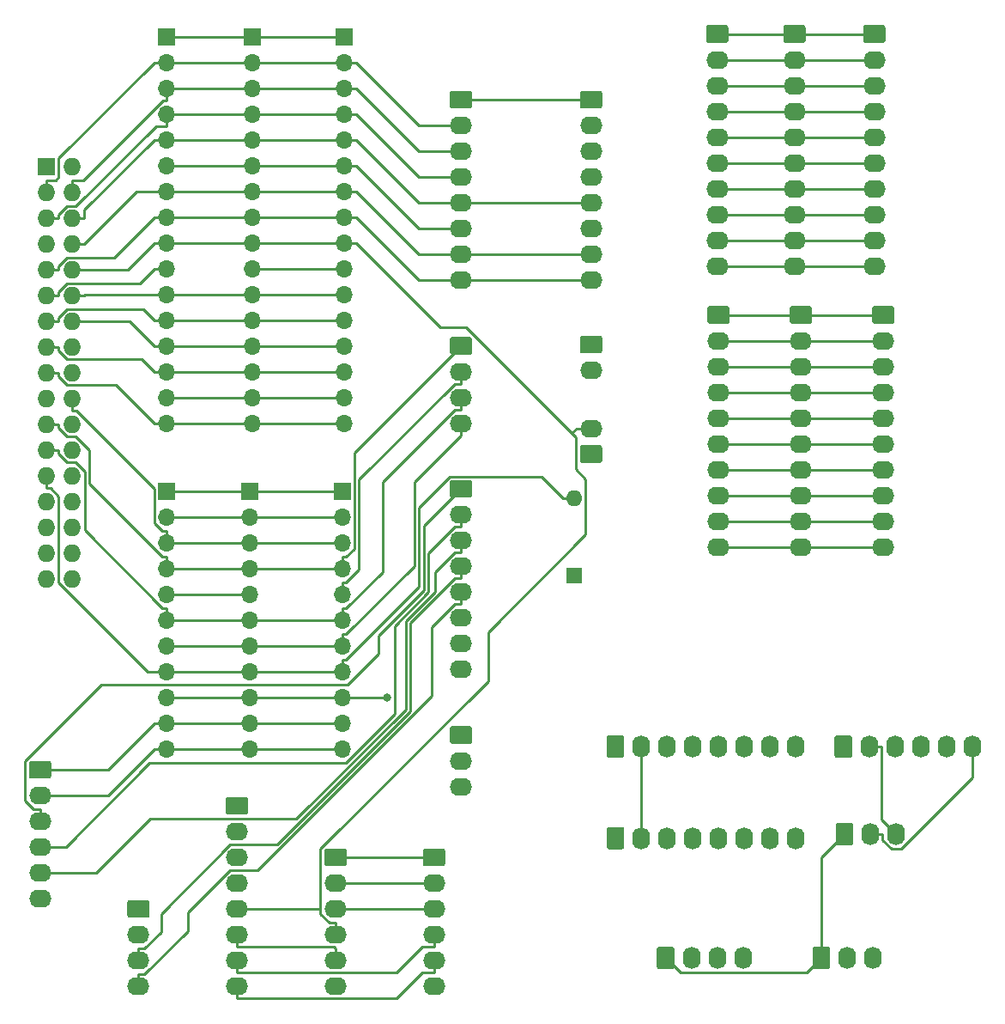
<source format=gbr>
G04 #@! TF.GenerationSoftware,KiCad,Pcbnew,(5.1.5-0-10_14)*
G04 #@! TF.CreationDate,2021-04-18T16:13:15+10:00*
G04 #@! TF.ProjectId,OH - Right Console - Input Distribution,4f48202d-2052-4696-9768-7420436f6e73,rev?*
G04 #@! TF.SameCoordinates,Original*
G04 #@! TF.FileFunction,Copper,L1,Top*
G04 #@! TF.FilePolarity,Positive*
%FSLAX46Y46*%
G04 Gerber Fmt 4.6, Leading zero omitted, Abs format (unit mm)*
G04 Created by KiCad (PCBNEW (5.1.5-0-10_14)) date 2021-04-18 16:13:15*
%MOMM*%
%LPD*%
G04 APERTURE LIST*
%ADD10O,2.200000X1.740000*%
%ADD11C,0.100000*%
%ADD12O,1.740000X2.200000*%
%ADD13O,1.600000X1.600000*%
%ADD14R,1.600000X1.600000*%
%ADD15O,1.727200X1.727200*%
%ADD16R,1.727200X1.727200*%
%ADD17O,1.700000X1.700000*%
%ADD18R,1.700000X1.700000*%
%ADD19C,0.800000*%
%ADD20C,0.250000*%
G04 APERTURE END LIST*
D10*
X189738000Y-78613000D03*
G04 #@! TA.AperFunction,ComponentPad*
D11*
G36*
X190612505Y-80284204D02*
G01*
X190636773Y-80287804D01*
X190660572Y-80293765D01*
X190683671Y-80302030D01*
X190705850Y-80312520D01*
X190726893Y-80325132D01*
X190746599Y-80339747D01*
X190764777Y-80356223D01*
X190781253Y-80374401D01*
X190795868Y-80394107D01*
X190808480Y-80415150D01*
X190818970Y-80437329D01*
X190827235Y-80460428D01*
X190833196Y-80484227D01*
X190836796Y-80508495D01*
X190838000Y-80532999D01*
X190838000Y-81773001D01*
X190836796Y-81797505D01*
X190833196Y-81821773D01*
X190827235Y-81845572D01*
X190818970Y-81868671D01*
X190808480Y-81890850D01*
X190795868Y-81911893D01*
X190781253Y-81931599D01*
X190764777Y-81949777D01*
X190746599Y-81966253D01*
X190726893Y-81980868D01*
X190705850Y-81993480D01*
X190683671Y-82003970D01*
X190660572Y-82012235D01*
X190636773Y-82018196D01*
X190612505Y-82021796D01*
X190588001Y-82023000D01*
X188887999Y-82023000D01*
X188863495Y-82021796D01*
X188839227Y-82018196D01*
X188815428Y-82012235D01*
X188792329Y-82003970D01*
X188770150Y-81993480D01*
X188749107Y-81980868D01*
X188729401Y-81966253D01*
X188711223Y-81949777D01*
X188694747Y-81931599D01*
X188680132Y-81911893D01*
X188667520Y-81890850D01*
X188657030Y-81868671D01*
X188648765Y-81845572D01*
X188642804Y-81821773D01*
X188639204Y-81797505D01*
X188638000Y-81773001D01*
X188638000Y-80532999D01*
X188639204Y-80508495D01*
X188642804Y-80484227D01*
X188648765Y-80460428D01*
X188657030Y-80437329D01*
X188667520Y-80415150D01*
X188680132Y-80394107D01*
X188694747Y-80374401D01*
X188711223Y-80356223D01*
X188729401Y-80339747D01*
X188749107Y-80325132D01*
X188770150Y-80312520D01*
X188792329Y-80302030D01*
X188815428Y-80293765D01*
X188839227Y-80287804D01*
X188863495Y-80284204D01*
X188887999Y-80283000D01*
X190588001Y-80283000D01*
X190612505Y-80284204D01*
G37*
G04 #@! TD.AperFunction*
D12*
X219837000Y-118618000D03*
X217297000Y-118618000D03*
G04 #@! TA.AperFunction,ComponentPad*
D11*
G36*
X215401505Y-117519204D02*
G01*
X215425773Y-117522804D01*
X215449572Y-117528765D01*
X215472671Y-117537030D01*
X215494850Y-117547520D01*
X215515893Y-117560132D01*
X215535599Y-117574747D01*
X215553777Y-117591223D01*
X215570253Y-117609401D01*
X215584868Y-117629107D01*
X215597480Y-117650150D01*
X215607970Y-117672329D01*
X215616235Y-117695428D01*
X215622196Y-117719227D01*
X215625796Y-117743495D01*
X215627000Y-117767999D01*
X215627000Y-119468001D01*
X215625796Y-119492505D01*
X215622196Y-119516773D01*
X215616235Y-119540572D01*
X215607970Y-119563671D01*
X215597480Y-119585850D01*
X215584868Y-119606893D01*
X215570253Y-119626599D01*
X215553777Y-119644777D01*
X215535599Y-119661253D01*
X215515893Y-119675868D01*
X215494850Y-119688480D01*
X215472671Y-119698970D01*
X215449572Y-119707235D01*
X215425773Y-119713196D01*
X215401505Y-119716796D01*
X215377001Y-119718000D01*
X214136999Y-119718000D01*
X214112495Y-119716796D01*
X214088227Y-119713196D01*
X214064428Y-119707235D01*
X214041329Y-119698970D01*
X214019150Y-119688480D01*
X213998107Y-119675868D01*
X213978401Y-119661253D01*
X213960223Y-119644777D01*
X213943747Y-119626599D01*
X213929132Y-119606893D01*
X213916520Y-119585850D01*
X213906030Y-119563671D01*
X213897765Y-119540572D01*
X213891804Y-119516773D01*
X213888204Y-119492505D01*
X213887000Y-119468001D01*
X213887000Y-117767999D01*
X213888204Y-117743495D01*
X213891804Y-117719227D01*
X213897765Y-117695428D01*
X213906030Y-117672329D01*
X213916520Y-117650150D01*
X213929132Y-117629107D01*
X213943747Y-117609401D01*
X213960223Y-117591223D01*
X213978401Y-117574747D01*
X213998107Y-117560132D01*
X214019150Y-117547520D01*
X214041329Y-117537030D01*
X214064428Y-117528765D01*
X214088227Y-117522804D01*
X214112495Y-117519204D01*
X214136999Y-117518000D01*
X215377001Y-117518000D01*
X215401505Y-117519204D01*
G37*
G04 #@! TD.AperFunction*
D13*
X188087000Y-85471000D03*
D14*
X188087000Y-93091000D03*
D10*
X135382000Y-124968000D03*
X135382000Y-122428000D03*
X135382000Y-119888000D03*
X135382000Y-117348000D03*
X135382000Y-114808000D03*
G04 #@! TA.AperFunction,ComponentPad*
D11*
G36*
X136256505Y-111399204D02*
G01*
X136280773Y-111402804D01*
X136304572Y-111408765D01*
X136327671Y-111417030D01*
X136349850Y-111427520D01*
X136370893Y-111440132D01*
X136390599Y-111454747D01*
X136408777Y-111471223D01*
X136425253Y-111489401D01*
X136439868Y-111509107D01*
X136452480Y-111530150D01*
X136462970Y-111552329D01*
X136471235Y-111575428D01*
X136477196Y-111599227D01*
X136480796Y-111623495D01*
X136482000Y-111647999D01*
X136482000Y-112888001D01*
X136480796Y-112912505D01*
X136477196Y-112936773D01*
X136471235Y-112960572D01*
X136462970Y-112983671D01*
X136452480Y-113005850D01*
X136439868Y-113026893D01*
X136425253Y-113046599D01*
X136408777Y-113064777D01*
X136390599Y-113081253D01*
X136370893Y-113095868D01*
X136349850Y-113108480D01*
X136327671Y-113118970D01*
X136304572Y-113127235D01*
X136280773Y-113133196D01*
X136256505Y-113136796D01*
X136232001Y-113138000D01*
X134531999Y-113138000D01*
X134507495Y-113136796D01*
X134483227Y-113133196D01*
X134459428Y-113127235D01*
X134436329Y-113118970D01*
X134414150Y-113108480D01*
X134393107Y-113095868D01*
X134373401Y-113081253D01*
X134355223Y-113064777D01*
X134338747Y-113046599D01*
X134324132Y-113026893D01*
X134311520Y-113005850D01*
X134301030Y-112983671D01*
X134292765Y-112960572D01*
X134286804Y-112936773D01*
X134283204Y-112912505D01*
X134282000Y-112888001D01*
X134282000Y-111647999D01*
X134283204Y-111623495D01*
X134286804Y-111599227D01*
X134292765Y-111575428D01*
X134301030Y-111552329D01*
X134311520Y-111530150D01*
X134324132Y-111509107D01*
X134338747Y-111489401D01*
X134355223Y-111471223D01*
X134373401Y-111454747D01*
X134393107Y-111440132D01*
X134414150Y-111427520D01*
X134436329Y-111417030D01*
X134459428Y-111408765D01*
X134483227Y-111402804D01*
X134507495Y-111399204D01*
X134531999Y-111398000D01*
X136232001Y-111398000D01*
X136256505Y-111399204D01*
G37*
G04 #@! TD.AperFunction*
D10*
X189738000Y-64008000D03*
X189738000Y-61468000D03*
X189738000Y-58928000D03*
X189738000Y-56388000D03*
X189738000Y-53848000D03*
X189738000Y-51308000D03*
X189738000Y-48768000D03*
G04 #@! TA.AperFunction,ComponentPad*
D11*
G36*
X190612505Y-45359204D02*
G01*
X190636773Y-45362804D01*
X190660572Y-45368765D01*
X190683671Y-45377030D01*
X190705850Y-45387520D01*
X190726893Y-45400132D01*
X190746599Y-45414747D01*
X190764777Y-45431223D01*
X190781253Y-45449401D01*
X190795868Y-45469107D01*
X190808480Y-45490150D01*
X190818970Y-45512329D01*
X190827235Y-45535428D01*
X190833196Y-45559227D01*
X190836796Y-45583495D01*
X190838000Y-45607999D01*
X190838000Y-46848001D01*
X190836796Y-46872505D01*
X190833196Y-46896773D01*
X190827235Y-46920572D01*
X190818970Y-46943671D01*
X190808480Y-46965850D01*
X190795868Y-46986893D01*
X190781253Y-47006599D01*
X190764777Y-47024777D01*
X190746599Y-47041253D01*
X190726893Y-47055868D01*
X190705850Y-47068480D01*
X190683671Y-47078970D01*
X190660572Y-47087235D01*
X190636773Y-47093196D01*
X190612505Y-47096796D01*
X190588001Y-47098000D01*
X188887999Y-47098000D01*
X188863495Y-47096796D01*
X188839227Y-47093196D01*
X188815428Y-47087235D01*
X188792329Y-47078970D01*
X188770150Y-47068480D01*
X188749107Y-47055868D01*
X188729401Y-47041253D01*
X188711223Y-47024777D01*
X188694747Y-47006599D01*
X188680132Y-46986893D01*
X188667520Y-46965850D01*
X188657030Y-46943671D01*
X188648765Y-46920572D01*
X188642804Y-46896773D01*
X188639204Y-46872505D01*
X188638000Y-46848001D01*
X188638000Y-45607999D01*
X188639204Y-45583495D01*
X188642804Y-45559227D01*
X188648765Y-45535428D01*
X188657030Y-45512329D01*
X188667520Y-45490150D01*
X188680132Y-45469107D01*
X188694747Y-45449401D01*
X188711223Y-45431223D01*
X188729401Y-45414747D01*
X188749107Y-45400132D01*
X188770150Y-45387520D01*
X188792329Y-45377030D01*
X188815428Y-45368765D01*
X188839227Y-45362804D01*
X188863495Y-45359204D01*
X188887999Y-45358000D01*
X190588001Y-45358000D01*
X190612505Y-45359204D01*
G37*
G04 #@! TD.AperFunction*
D10*
X189738000Y-72898000D03*
G04 #@! TA.AperFunction,ComponentPad*
D11*
G36*
X190612505Y-69489204D02*
G01*
X190636773Y-69492804D01*
X190660572Y-69498765D01*
X190683671Y-69507030D01*
X190705850Y-69517520D01*
X190726893Y-69530132D01*
X190746599Y-69544747D01*
X190764777Y-69561223D01*
X190781253Y-69579401D01*
X190795868Y-69599107D01*
X190808480Y-69620150D01*
X190818970Y-69642329D01*
X190827235Y-69665428D01*
X190833196Y-69689227D01*
X190836796Y-69713495D01*
X190838000Y-69737999D01*
X190838000Y-70978001D01*
X190836796Y-71002505D01*
X190833196Y-71026773D01*
X190827235Y-71050572D01*
X190818970Y-71073671D01*
X190808480Y-71095850D01*
X190795868Y-71116893D01*
X190781253Y-71136599D01*
X190764777Y-71154777D01*
X190746599Y-71171253D01*
X190726893Y-71185868D01*
X190705850Y-71198480D01*
X190683671Y-71208970D01*
X190660572Y-71217235D01*
X190636773Y-71223196D01*
X190612505Y-71226796D01*
X190588001Y-71228000D01*
X188887999Y-71228000D01*
X188863495Y-71226796D01*
X188839227Y-71223196D01*
X188815428Y-71217235D01*
X188792329Y-71208970D01*
X188770150Y-71198480D01*
X188749107Y-71185868D01*
X188729401Y-71171253D01*
X188711223Y-71154777D01*
X188694747Y-71136599D01*
X188680132Y-71116893D01*
X188667520Y-71095850D01*
X188657030Y-71073671D01*
X188648765Y-71050572D01*
X188642804Y-71026773D01*
X188639204Y-71002505D01*
X188638000Y-70978001D01*
X188638000Y-69737999D01*
X188639204Y-69713495D01*
X188642804Y-69689227D01*
X188648765Y-69665428D01*
X188657030Y-69642329D01*
X188667520Y-69620150D01*
X188680132Y-69599107D01*
X188694747Y-69579401D01*
X188711223Y-69561223D01*
X188729401Y-69544747D01*
X188749107Y-69530132D01*
X188770150Y-69517520D01*
X188792329Y-69507030D01*
X188815428Y-69498765D01*
X188839227Y-69492804D01*
X188863495Y-69489204D01*
X188887999Y-69488000D01*
X190588001Y-69488000D01*
X190612505Y-69489204D01*
G37*
G04 #@! TD.AperFunction*
D12*
X217551000Y-130810000D03*
X215011000Y-130810000D03*
G04 #@! TA.AperFunction,ComponentPad*
D11*
G36*
X213115505Y-129711204D02*
G01*
X213139773Y-129714804D01*
X213163572Y-129720765D01*
X213186671Y-129729030D01*
X213208850Y-129739520D01*
X213229893Y-129752132D01*
X213249599Y-129766747D01*
X213267777Y-129783223D01*
X213284253Y-129801401D01*
X213298868Y-129821107D01*
X213311480Y-129842150D01*
X213321970Y-129864329D01*
X213330235Y-129887428D01*
X213336196Y-129911227D01*
X213339796Y-129935495D01*
X213341000Y-129959999D01*
X213341000Y-131660001D01*
X213339796Y-131684505D01*
X213336196Y-131708773D01*
X213330235Y-131732572D01*
X213321970Y-131755671D01*
X213311480Y-131777850D01*
X213298868Y-131798893D01*
X213284253Y-131818599D01*
X213267777Y-131836777D01*
X213249599Y-131853253D01*
X213229893Y-131867868D01*
X213208850Y-131880480D01*
X213186671Y-131890970D01*
X213163572Y-131899235D01*
X213139773Y-131905196D01*
X213115505Y-131908796D01*
X213091001Y-131910000D01*
X211850999Y-131910000D01*
X211826495Y-131908796D01*
X211802227Y-131905196D01*
X211778428Y-131899235D01*
X211755329Y-131890970D01*
X211733150Y-131880480D01*
X211712107Y-131867868D01*
X211692401Y-131853253D01*
X211674223Y-131836777D01*
X211657747Y-131818599D01*
X211643132Y-131798893D01*
X211630520Y-131777850D01*
X211620030Y-131755671D01*
X211611765Y-131732572D01*
X211605804Y-131708773D01*
X211602204Y-131684505D01*
X211601000Y-131660001D01*
X211601000Y-129959999D01*
X211602204Y-129935495D01*
X211605804Y-129911227D01*
X211611765Y-129887428D01*
X211620030Y-129864329D01*
X211630520Y-129842150D01*
X211643132Y-129821107D01*
X211657747Y-129801401D01*
X211674223Y-129783223D01*
X211692401Y-129766747D01*
X211712107Y-129752132D01*
X211733150Y-129739520D01*
X211755329Y-129729030D01*
X211778428Y-129720765D01*
X211802227Y-129714804D01*
X211826495Y-129711204D01*
X211850999Y-129710000D01*
X213091001Y-129710000D01*
X213115505Y-129711204D01*
G37*
G04 #@! TD.AperFunction*
D10*
X176911000Y-64008000D03*
X176911000Y-61468000D03*
X176911000Y-58928000D03*
X176911000Y-56388000D03*
X176911000Y-53848000D03*
X176911000Y-51308000D03*
X176911000Y-48768000D03*
G04 #@! TA.AperFunction,ComponentPad*
D11*
G36*
X177785505Y-45359204D02*
G01*
X177809773Y-45362804D01*
X177833572Y-45368765D01*
X177856671Y-45377030D01*
X177878850Y-45387520D01*
X177899893Y-45400132D01*
X177919599Y-45414747D01*
X177937777Y-45431223D01*
X177954253Y-45449401D01*
X177968868Y-45469107D01*
X177981480Y-45490150D01*
X177991970Y-45512329D01*
X178000235Y-45535428D01*
X178006196Y-45559227D01*
X178009796Y-45583495D01*
X178011000Y-45607999D01*
X178011000Y-46848001D01*
X178009796Y-46872505D01*
X178006196Y-46896773D01*
X178000235Y-46920572D01*
X177991970Y-46943671D01*
X177981480Y-46965850D01*
X177968868Y-46986893D01*
X177954253Y-47006599D01*
X177937777Y-47024777D01*
X177919599Y-47041253D01*
X177899893Y-47055868D01*
X177878850Y-47068480D01*
X177856671Y-47078970D01*
X177833572Y-47087235D01*
X177809773Y-47093196D01*
X177785505Y-47096796D01*
X177761001Y-47098000D01*
X176060999Y-47098000D01*
X176036495Y-47096796D01*
X176012227Y-47093196D01*
X175988428Y-47087235D01*
X175965329Y-47078970D01*
X175943150Y-47068480D01*
X175922107Y-47055868D01*
X175902401Y-47041253D01*
X175884223Y-47024777D01*
X175867747Y-47006599D01*
X175853132Y-46986893D01*
X175840520Y-46965850D01*
X175830030Y-46943671D01*
X175821765Y-46920572D01*
X175815804Y-46896773D01*
X175812204Y-46872505D01*
X175811000Y-46848001D01*
X175811000Y-45607999D01*
X175812204Y-45583495D01*
X175815804Y-45559227D01*
X175821765Y-45535428D01*
X175830030Y-45512329D01*
X175840520Y-45490150D01*
X175853132Y-45469107D01*
X175867747Y-45449401D01*
X175884223Y-45431223D01*
X175902401Y-45414747D01*
X175922107Y-45400132D01*
X175943150Y-45387520D01*
X175965329Y-45377030D01*
X175988428Y-45368765D01*
X176012227Y-45362804D01*
X176036495Y-45359204D01*
X176060999Y-45358000D01*
X177761001Y-45358000D01*
X177785505Y-45359204D01*
G37*
G04 #@! TD.AperFunction*
D10*
X176911000Y-78105000D03*
X176911000Y-75565000D03*
X176911000Y-73025000D03*
G04 #@! TA.AperFunction,ComponentPad*
D11*
G36*
X177785505Y-69616204D02*
G01*
X177809773Y-69619804D01*
X177833572Y-69625765D01*
X177856671Y-69634030D01*
X177878850Y-69644520D01*
X177899893Y-69657132D01*
X177919599Y-69671747D01*
X177937777Y-69688223D01*
X177954253Y-69706401D01*
X177968868Y-69726107D01*
X177981480Y-69747150D01*
X177991970Y-69769329D01*
X178000235Y-69792428D01*
X178006196Y-69816227D01*
X178009796Y-69840495D01*
X178011000Y-69864999D01*
X178011000Y-71105001D01*
X178009796Y-71129505D01*
X178006196Y-71153773D01*
X178000235Y-71177572D01*
X177991970Y-71200671D01*
X177981480Y-71222850D01*
X177968868Y-71243893D01*
X177954253Y-71263599D01*
X177937777Y-71281777D01*
X177919599Y-71298253D01*
X177899893Y-71312868D01*
X177878850Y-71325480D01*
X177856671Y-71335970D01*
X177833572Y-71344235D01*
X177809773Y-71350196D01*
X177785505Y-71353796D01*
X177761001Y-71355000D01*
X176060999Y-71355000D01*
X176036495Y-71353796D01*
X176012227Y-71350196D01*
X175988428Y-71344235D01*
X175965329Y-71335970D01*
X175943150Y-71325480D01*
X175922107Y-71312868D01*
X175902401Y-71298253D01*
X175884223Y-71281777D01*
X175867747Y-71263599D01*
X175853132Y-71243893D01*
X175840520Y-71222850D01*
X175830030Y-71200671D01*
X175821765Y-71177572D01*
X175815804Y-71153773D01*
X175812204Y-71129505D01*
X175811000Y-71105001D01*
X175811000Y-69864999D01*
X175812204Y-69840495D01*
X175815804Y-69816227D01*
X175821765Y-69792428D01*
X175830030Y-69769329D01*
X175840520Y-69747150D01*
X175853132Y-69726107D01*
X175867747Y-69706401D01*
X175884223Y-69688223D01*
X175902401Y-69671747D01*
X175922107Y-69657132D01*
X175943150Y-69644520D01*
X175965329Y-69634030D01*
X175988428Y-69625765D01*
X176012227Y-69619804D01*
X176036495Y-69616204D01*
X176060999Y-69615000D01*
X177761001Y-69615000D01*
X177785505Y-69616204D01*
G37*
G04 #@! TD.AperFunction*
D10*
X174244000Y-133604000D03*
X174244000Y-131064000D03*
X174244000Y-128524000D03*
X174244000Y-125984000D03*
X174244000Y-123444000D03*
G04 #@! TA.AperFunction,ComponentPad*
D11*
G36*
X175118505Y-120035204D02*
G01*
X175142773Y-120038804D01*
X175166572Y-120044765D01*
X175189671Y-120053030D01*
X175211850Y-120063520D01*
X175232893Y-120076132D01*
X175252599Y-120090747D01*
X175270777Y-120107223D01*
X175287253Y-120125401D01*
X175301868Y-120145107D01*
X175314480Y-120166150D01*
X175324970Y-120188329D01*
X175333235Y-120211428D01*
X175339196Y-120235227D01*
X175342796Y-120259495D01*
X175344000Y-120283999D01*
X175344000Y-121524001D01*
X175342796Y-121548505D01*
X175339196Y-121572773D01*
X175333235Y-121596572D01*
X175324970Y-121619671D01*
X175314480Y-121641850D01*
X175301868Y-121662893D01*
X175287253Y-121682599D01*
X175270777Y-121700777D01*
X175252599Y-121717253D01*
X175232893Y-121731868D01*
X175211850Y-121744480D01*
X175189671Y-121754970D01*
X175166572Y-121763235D01*
X175142773Y-121769196D01*
X175118505Y-121772796D01*
X175094001Y-121774000D01*
X173393999Y-121774000D01*
X173369495Y-121772796D01*
X173345227Y-121769196D01*
X173321428Y-121763235D01*
X173298329Y-121754970D01*
X173276150Y-121744480D01*
X173255107Y-121731868D01*
X173235401Y-121717253D01*
X173217223Y-121700777D01*
X173200747Y-121682599D01*
X173186132Y-121662893D01*
X173173520Y-121641850D01*
X173163030Y-121619671D01*
X173154765Y-121596572D01*
X173148804Y-121572773D01*
X173145204Y-121548505D01*
X173144000Y-121524001D01*
X173144000Y-120283999D01*
X173145204Y-120259495D01*
X173148804Y-120235227D01*
X173154765Y-120211428D01*
X173163030Y-120188329D01*
X173173520Y-120166150D01*
X173186132Y-120145107D01*
X173200747Y-120125401D01*
X173217223Y-120107223D01*
X173235401Y-120090747D01*
X173255107Y-120076132D01*
X173276150Y-120063520D01*
X173298329Y-120053030D01*
X173321428Y-120044765D01*
X173345227Y-120038804D01*
X173369495Y-120035204D01*
X173393999Y-120034000D01*
X175094001Y-120034000D01*
X175118505Y-120035204D01*
G37*
G04 #@! TD.AperFunction*
D10*
X176911000Y-102362000D03*
X176911000Y-99822000D03*
X176911000Y-97282000D03*
X176911000Y-94742000D03*
X176911000Y-92202000D03*
X176911000Y-89662000D03*
X176911000Y-87122000D03*
G04 #@! TA.AperFunction,ComponentPad*
D11*
G36*
X177785505Y-83713204D02*
G01*
X177809773Y-83716804D01*
X177833572Y-83722765D01*
X177856671Y-83731030D01*
X177878850Y-83741520D01*
X177899893Y-83754132D01*
X177919599Y-83768747D01*
X177937777Y-83785223D01*
X177954253Y-83803401D01*
X177968868Y-83823107D01*
X177981480Y-83844150D01*
X177991970Y-83866329D01*
X178000235Y-83889428D01*
X178006196Y-83913227D01*
X178009796Y-83937495D01*
X178011000Y-83961999D01*
X178011000Y-85202001D01*
X178009796Y-85226505D01*
X178006196Y-85250773D01*
X178000235Y-85274572D01*
X177991970Y-85297671D01*
X177981480Y-85319850D01*
X177968868Y-85340893D01*
X177954253Y-85360599D01*
X177937777Y-85378777D01*
X177919599Y-85395253D01*
X177899893Y-85409868D01*
X177878850Y-85422480D01*
X177856671Y-85432970D01*
X177833572Y-85441235D01*
X177809773Y-85447196D01*
X177785505Y-85450796D01*
X177761001Y-85452000D01*
X176060999Y-85452000D01*
X176036495Y-85450796D01*
X176012227Y-85447196D01*
X175988428Y-85441235D01*
X175965329Y-85432970D01*
X175943150Y-85422480D01*
X175922107Y-85409868D01*
X175902401Y-85395253D01*
X175884223Y-85378777D01*
X175867747Y-85360599D01*
X175853132Y-85340893D01*
X175840520Y-85319850D01*
X175830030Y-85297671D01*
X175821765Y-85274572D01*
X175815804Y-85250773D01*
X175812204Y-85226505D01*
X175811000Y-85202001D01*
X175811000Y-83961999D01*
X175812204Y-83937495D01*
X175815804Y-83913227D01*
X175821765Y-83889428D01*
X175830030Y-83866329D01*
X175840520Y-83844150D01*
X175853132Y-83823107D01*
X175867747Y-83803401D01*
X175884223Y-83785223D01*
X175902401Y-83768747D01*
X175922107Y-83754132D01*
X175943150Y-83741520D01*
X175965329Y-83731030D01*
X175988428Y-83722765D01*
X176012227Y-83716804D01*
X176036495Y-83713204D01*
X176060999Y-83712000D01*
X177761001Y-83712000D01*
X177785505Y-83713204D01*
G37*
G04 #@! TD.AperFunction*
D10*
X176911000Y-113919000D03*
X176911000Y-111379000D03*
G04 #@! TA.AperFunction,ComponentPad*
D11*
G36*
X177785505Y-107970204D02*
G01*
X177809773Y-107973804D01*
X177833572Y-107979765D01*
X177856671Y-107988030D01*
X177878850Y-107998520D01*
X177899893Y-108011132D01*
X177919599Y-108025747D01*
X177937777Y-108042223D01*
X177954253Y-108060401D01*
X177968868Y-108080107D01*
X177981480Y-108101150D01*
X177991970Y-108123329D01*
X178000235Y-108146428D01*
X178006196Y-108170227D01*
X178009796Y-108194495D01*
X178011000Y-108218999D01*
X178011000Y-109459001D01*
X178009796Y-109483505D01*
X178006196Y-109507773D01*
X178000235Y-109531572D01*
X177991970Y-109554671D01*
X177981480Y-109576850D01*
X177968868Y-109597893D01*
X177954253Y-109617599D01*
X177937777Y-109635777D01*
X177919599Y-109652253D01*
X177899893Y-109666868D01*
X177878850Y-109679480D01*
X177856671Y-109689970D01*
X177833572Y-109698235D01*
X177809773Y-109704196D01*
X177785505Y-109707796D01*
X177761001Y-109709000D01*
X176060999Y-109709000D01*
X176036495Y-109707796D01*
X176012227Y-109704196D01*
X175988428Y-109698235D01*
X175965329Y-109689970D01*
X175943150Y-109679480D01*
X175922107Y-109666868D01*
X175902401Y-109652253D01*
X175884223Y-109635777D01*
X175867747Y-109617599D01*
X175853132Y-109597893D01*
X175840520Y-109576850D01*
X175830030Y-109554671D01*
X175821765Y-109531572D01*
X175815804Y-109507773D01*
X175812204Y-109483505D01*
X175811000Y-109459001D01*
X175811000Y-108218999D01*
X175812204Y-108194495D01*
X175815804Y-108170227D01*
X175821765Y-108146428D01*
X175830030Y-108123329D01*
X175840520Y-108101150D01*
X175853132Y-108080107D01*
X175867747Y-108060401D01*
X175884223Y-108042223D01*
X175902401Y-108025747D01*
X175922107Y-108011132D01*
X175943150Y-107998520D01*
X175965329Y-107988030D01*
X175988428Y-107979765D01*
X176012227Y-107973804D01*
X176036495Y-107970204D01*
X176060999Y-107969000D01*
X177761001Y-107969000D01*
X177785505Y-107970204D01*
G37*
G04 #@! TD.AperFunction*
D12*
X209931000Y-118999000D03*
X207391000Y-118999000D03*
X204851000Y-118999000D03*
X202311000Y-118999000D03*
X199771000Y-118999000D03*
X197231000Y-118999000D03*
X194691000Y-118999000D03*
G04 #@! TA.AperFunction,ComponentPad*
D11*
G36*
X192795505Y-117900204D02*
G01*
X192819773Y-117903804D01*
X192843572Y-117909765D01*
X192866671Y-117918030D01*
X192888850Y-117928520D01*
X192909893Y-117941132D01*
X192929599Y-117955747D01*
X192947777Y-117972223D01*
X192964253Y-117990401D01*
X192978868Y-118010107D01*
X192991480Y-118031150D01*
X193001970Y-118053329D01*
X193010235Y-118076428D01*
X193016196Y-118100227D01*
X193019796Y-118124495D01*
X193021000Y-118148999D01*
X193021000Y-119849001D01*
X193019796Y-119873505D01*
X193016196Y-119897773D01*
X193010235Y-119921572D01*
X193001970Y-119944671D01*
X192991480Y-119966850D01*
X192978868Y-119987893D01*
X192964253Y-120007599D01*
X192947777Y-120025777D01*
X192929599Y-120042253D01*
X192909893Y-120056868D01*
X192888850Y-120069480D01*
X192866671Y-120079970D01*
X192843572Y-120088235D01*
X192819773Y-120094196D01*
X192795505Y-120097796D01*
X192771001Y-120099000D01*
X191530999Y-120099000D01*
X191506495Y-120097796D01*
X191482227Y-120094196D01*
X191458428Y-120088235D01*
X191435329Y-120079970D01*
X191413150Y-120069480D01*
X191392107Y-120056868D01*
X191372401Y-120042253D01*
X191354223Y-120025777D01*
X191337747Y-120007599D01*
X191323132Y-119987893D01*
X191310520Y-119966850D01*
X191300030Y-119944671D01*
X191291765Y-119921572D01*
X191285804Y-119897773D01*
X191282204Y-119873505D01*
X191281000Y-119849001D01*
X191281000Y-118148999D01*
X191282204Y-118124495D01*
X191285804Y-118100227D01*
X191291765Y-118076428D01*
X191300030Y-118053329D01*
X191310520Y-118031150D01*
X191323132Y-118010107D01*
X191337747Y-117990401D01*
X191354223Y-117972223D01*
X191372401Y-117955747D01*
X191392107Y-117941132D01*
X191413150Y-117928520D01*
X191435329Y-117918030D01*
X191458428Y-117909765D01*
X191482227Y-117903804D01*
X191506495Y-117900204D01*
X191530999Y-117899000D01*
X192771001Y-117899000D01*
X192795505Y-117900204D01*
G37*
G04 #@! TD.AperFunction*
D12*
X204724000Y-130810000D03*
X202184000Y-130810000D03*
X199644000Y-130810000D03*
G04 #@! TA.AperFunction,ComponentPad*
D11*
G36*
X197748505Y-129711204D02*
G01*
X197772773Y-129714804D01*
X197796572Y-129720765D01*
X197819671Y-129729030D01*
X197841850Y-129739520D01*
X197862893Y-129752132D01*
X197882599Y-129766747D01*
X197900777Y-129783223D01*
X197917253Y-129801401D01*
X197931868Y-129821107D01*
X197944480Y-129842150D01*
X197954970Y-129864329D01*
X197963235Y-129887428D01*
X197969196Y-129911227D01*
X197972796Y-129935495D01*
X197974000Y-129959999D01*
X197974000Y-131660001D01*
X197972796Y-131684505D01*
X197969196Y-131708773D01*
X197963235Y-131732572D01*
X197954970Y-131755671D01*
X197944480Y-131777850D01*
X197931868Y-131798893D01*
X197917253Y-131818599D01*
X197900777Y-131836777D01*
X197882599Y-131853253D01*
X197862893Y-131867868D01*
X197841850Y-131880480D01*
X197819671Y-131890970D01*
X197796572Y-131899235D01*
X197772773Y-131905196D01*
X197748505Y-131908796D01*
X197724001Y-131910000D01*
X196483999Y-131910000D01*
X196459495Y-131908796D01*
X196435227Y-131905196D01*
X196411428Y-131899235D01*
X196388329Y-131890970D01*
X196366150Y-131880480D01*
X196345107Y-131867868D01*
X196325401Y-131853253D01*
X196307223Y-131836777D01*
X196290747Y-131818599D01*
X196276132Y-131798893D01*
X196263520Y-131777850D01*
X196253030Y-131755671D01*
X196244765Y-131732572D01*
X196238804Y-131708773D01*
X196235204Y-131684505D01*
X196234000Y-131660001D01*
X196234000Y-129959999D01*
X196235204Y-129935495D01*
X196238804Y-129911227D01*
X196244765Y-129887428D01*
X196253030Y-129864329D01*
X196263520Y-129842150D01*
X196276132Y-129821107D01*
X196290747Y-129801401D01*
X196307223Y-129783223D01*
X196325401Y-129766747D01*
X196345107Y-129752132D01*
X196366150Y-129739520D01*
X196388329Y-129729030D01*
X196411428Y-129720765D01*
X196435227Y-129714804D01*
X196459495Y-129711204D01*
X196483999Y-129710000D01*
X197724001Y-129710000D01*
X197748505Y-129711204D01*
G37*
G04 #@! TD.AperFunction*
D10*
X164528000Y-133604000D03*
X164528000Y-131064000D03*
X164528000Y-128524000D03*
X164528000Y-125984000D03*
X164528000Y-123444000D03*
G04 #@! TA.AperFunction,ComponentPad*
D11*
G36*
X165402505Y-120035204D02*
G01*
X165426773Y-120038804D01*
X165450572Y-120044765D01*
X165473671Y-120053030D01*
X165495850Y-120063520D01*
X165516893Y-120076132D01*
X165536599Y-120090747D01*
X165554777Y-120107223D01*
X165571253Y-120125401D01*
X165585868Y-120145107D01*
X165598480Y-120166150D01*
X165608970Y-120188329D01*
X165617235Y-120211428D01*
X165623196Y-120235227D01*
X165626796Y-120259495D01*
X165628000Y-120283999D01*
X165628000Y-121524001D01*
X165626796Y-121548505D01*
X165623196Y-121572773D01*
X165617235Y-121596572D01*
X165608970Y-121619671D01*
X165598480Y-121641850D01*
X165585868Y-121662893D01*
X165571253Y-121682599D01*
X165554777Y-121700777D01*
X165536599Y-121717253D01*
X165516893Y-121731868D01*
X165495850Y-121744480D01*
X165473671Y-121754970D01*
X165450572Y-121763235D01*
X165426773Y-121769196D01*
X165402505Y-121772796D01*
X165378001Y-121774000D01*
X163677999Y-121774000D01*
X163653495Y-121772796D01*
X163629227Y-121769196D01*
X163605428Y-121763235D01*
X163582329Y-121754970D01*
X163560150Y-121744480D01*
X163539107Y-121731868D01*
X163519401Y-121717253D01*
X163501223Y-121700777D01*
X163484747Y-121682599D01*
X163470132Y-121662893D01*
X163457520Y-121641850D01*
X163447030Y-121619671D01*
X163438765Y-121596572D01*
X163432804Y-121572773D01*
X163429204Y-121548505D01*
X163428000Y-121524001D01*
X163428000Y-120283999D01*
X163429204Y-120259495D01*
X163432804Y-120235227D01*
X163438765Y-120211428D01*
X163447030Y-120188329D01*
X163457520Y-120166150D01*
X163470132Y-120145107D01*
X163484747Y-120125401D01*
X163501223Y-120107223D01*
X163519401Y-120090747D01*
X163539107Y-120076132D01*
X163560150Y-120063520D01*
X163582329Y-120053030D01*
X163605428Y-120044765D01*
X163629227Y-120038804D01*
X163653495Y-120035204D01*
X163677999Y-120034000D01*
X165378001Y-120034000D01*
X165402505Y-120035204D01*
G37*
G04 #@! TD.AperFunction*
D10*
X154813000Y-133604000D03*
X154813000Y-131064000D03*
X154813000Y-128524000D03*
X154813000Y-125984000D03*
X154813000Y-123444000D03*
X154813000Y-120904000D03*
X154813000Y-118364000D03*
G04 #@! TA.AperFunction,ComponentPad*
D11*
G36*
X155687505Y-114955204D02*
G01*
X155711773Y-114958804D01*
X155735572Y-114964765D01*
X155758671Y-114973030D01*
X155780850Y-114983520D01*
X155801893Y-114996132D01*
X155821599Y-115010747D01*
X155839777Y-115027223D01*
X155856253Y-115045401D01*
X155870868Y-115065107D01*
X155883480Y-115086150D01*
X155893970Y-115108329D01*
X155902235Y-115131428D01*
X155908196Y-115155227D01*
X155911796Y-115179495D01*
X155913000Y-115203999D01*
X155913000Y-116444001D01*
X155911796Y-116468505D01*
X155908196Y-116492773D01*
X155902235Y-116516572D01*
X155893970Y-116539671D01*
X155883480Y-116561850D01*
X155870868Y-116582893D01*
X155856253Y-116602599D01*
X155839777Y-116620777D01*
X155821599Y-116637253D01*
X155801893Y-116651868D01*
X155780850Y-116664480D01*
X155758671Y-116674970D01*
X155735572Y-116683235D01*
X155711773Y-116689196D01*
X155687505Y-116692796D01*
X155663001Y-116694000D01*
X153962999Y-116694000D01*
X153938495Y-116692796D01*
X153914227Y-116689196D01*
X153890428Y-116683235D01*
X153867329Y-116674970D01*
X153845150Y-116664480D01*
X153824107Y-116651868D01*
X153804401Y-116637253D01*
X153786223Y-116620777D01*
X153769747Y-116602599D01*
X153755132Y-116582893D01*
X153742520Y-116561850D01*
X153732030Y-116539671D01*
X153723765Y-116516572D01*
X153717804Y-116492773D01*
X153714204Y-116468505D01*
X153713000Y-116444001D01*
X153713000Y-115203999D01*
X153714204Y-115179495D01*
X153717804Y-115155227D01*
X153723765Y-115131428D01*
X153732030Y-115108329D01*
X153742520Y-115086150D01*
X153755132Y-115065107D01*
X153769747Y-115045401D01*
X153786223Y-115027223D01*
X153804401Y-115010747D01*
X153824107Y-114996132D01*
X153845150Y-114983520D01*
X153867329Y-114973030D01*
X153890428Y-114964765D01*
X153914227Y-114958804D01*
X153938495Y-114955204D01*
X153962999Y-114954000D01*
X155663001Y-114954000D01*
X155687505Y-114955204D01*
G37*
G04 #@! TD.AperFunction*
D12*
X227330000Y-109982000D03*
X224790000Y-109982000D03*
X222250000Y-109982000D03*
X219710000Y-109982000D03*
X217170000Y-109982000D03*
G04 #@! TA.AperFunction,ComponentPad*
D11*
G36*
X215274505Y-108883204D02*
G01*
X215298773Y-108886804D01*
X215322572Y-108892765D01*
X215345671Y-108901030D01*
X215367850Y-108911520D01*
X215388893Y-108924132D01*
X215408599Y-108938747D01*
X215426777Y-108955223D01*
X215443253Y-108973401D01*
X215457868Y-108993107D01*
X215470480Y-109014150D01*
X215480970Y-109036329D01*
X215489235Y-109059428D01*
X215495196Y-109083227D01*
X215498796Y-109107495D01*
X215500000Y-109131999D01*
X215500000Y-110832001D01*
X215498796Y-110856505D01*
X215495196Y-110880773D01*
X215489235Y-110904572D01*
X215480970Y-110927671D01*
X215470480Y-110949850D01*
X215457868Y-110970893D01*
X215443253Y-110990599D01*
X215426777Y-111008777D01*
X215408599Y-111025253D01*
X215388893Y-111039868D01*
X215367850Y-111052480D01*
X215345671Y-111062970D01*
X215322572Y-111071235D01*
X215298773Y-111077196D01*
X215274505Y-111080796D01*
X215250001Y-111082000D01*
X214009999Y-111082000D01*
X213985495Y-111080796D01*
X213961227Y-111077196D01*
X213937428Y-111071235D01*
X213914329Y-111062970D01*
X213892150Y-111052480D01*
X213871107Y-111039868D01*
X213851401Y-111025253D01*
X213833223Y-111008777D01*
X213816747Y-110990599D01*
X213802132Y-110970893D01*
X213789520Y-110949850D01*
X213779030Y-110927671D01*
X213770765Y-110904572D01*
X213764804Y-110880773D01*
X213761204Y-110856505D01*
X213760000Y-110832001D01*
X213760000Y-109131999D01*
X213761204Y-109107495D01*
X213764804Y-109083227D01*
X213770765Y-109059428D01*
X213779030Y-109036329D01*
X213789520Y-109014150D01*
X213802132Y-108993107D01*
X213816747Y-108973401D01*
X213833223Y-108955223D01*
X213851401Y-108938747D01*
X213871107Y-108924132D01*
X213892150Y-108911520D01*
X213914329Y-108901030D01*
X213937428Y-108892765D01*
X213961227Y-108886804D01*
X213985495Y-108883204D01*
X214009999Y-108882000D01*
X215250001Y-108882000D01*
X215274505Y-108883204D01*
G37*
G04 #@! TD.AperFunction*
D10*
X145098000Y-133604000D03*
X145098000Y-131064000D03*
X145098000Y-128524000D03*
G04 #@! TA.AperFunction,ComponentPad*
D11*
G36*
X145972505Y-125115204D02*
G01*
X145996773Y-125118804D01*
X146020572Y-125124765D01*
X146043671Y-125133030D01*
X146065850Y-125143520D01*
X146086893Y-125156132D01*
X146106599Y-125170747D01*
X146124777Y-125187223D01*
X146141253Y-125205401D01*
X146155868Y-125225107D01*
X146168480Y-125246150D01*
X146178970Y-125268329D01*
X146187235Y-125291428D01*
X146193196Y-125315227D01*
X146196796Y-125339495D01*
X146198000Y-125363999D01*
X146198000Y-126604001D01*
X146196796Y-126628505D01*
X146193196Y-126652773D01*
X146187235Y-126676572D01*
X146178970Y-126699671D01*
X146168480Y-126721850D01*
X146155868Y-126742893D01*
X146141253Y-126762599D01*
X146124777Y-126780777D01*
X146106599Y-126797253D01*
X146086893Y-126811868D01*
X146065850Y-126824480D01*
X146043671Y-126834970D01*
X146020572Y-126843235D01*
X145996773Y-126849196D01*
X145972505Y-126852796D01*
X145948001Y-126854000D01*
X144247999Y-126854000D01*
X144223495Y-126852796D01*
X144199227Y-126849196D01*
X144175428Y-126843235D01*
X144152329Y-126834970D01*
X144130150Y-126824480D01*
X144109107Y-126811868D01*
X144089401Y-126797253D01*
X144071223Y-126780777D01*
X144054747Y-126762599D01*
X144040132Y-126742893D01*
X144027520Y-126721850D01*
X144017030Y-126699671D01*
X144008765Y-126676572D01*
X144002804Y-126652773D01*
X143999204Y-126628505D01*
X143998000Y-126604001D01*
X143998000Y-125363999D01*
X143999204Y-125339495D01*
X144002804Y-125315227D01*
X144008765Y-125291428D01*
X144017030Y-125268329D01*
X144027520Y-125246150D01*
X144040132Y-125225107D01*
X144054747Y-125205401D01*
X144071223Y-125187223D01*
X144089401Y-125170747D01*
X144109107Y-125156132D01*
X144130150Y-125143520D01*
X144152329Y-125133030D01*
X144175428Y-125124765D01*
X144199227Y-125118804D01*
X144223495Y-125115204D01*
X144247999Y-125114000D01*
X145948001Y-125114000D01*
X145972505Y-125115204D01*
G37*
G04 #@! TD.AperFunction*
D10*
X202184000Y-62611000D03*
X202184000Y-60071000D03*
X202184000Y-57531000D03*
X202184000Y-54991000D03*
X202184000Y-52451000D03*
X202184000Y-49911000D03*
X202184000Y-47371000D03*
X202184000Y-44831000D03*
X202184000Y-42291000D03*
G04 #@! TA.AperFunction,ComponentPad*
D11*
G36*
X203058505Y-38882204D02*
G01*
X203082773Y-38885804D01*
X203106572Y-38891765D01*
X203129671Y-38900030D01*
X203151850Y-38910520D01*
X203172893Y-38923132D01*
X203192599Y-38937747D01*
X203210777Y-38954223D01*
X203227253Y-38972401D01*
X203241868Y-38992107D01*
X203254480Y-39013150D01*
X203264970Y-39035329D01*
X203273235Y-39058428D01*
X203279196Y-39082227D01*
X203282796Y-39106495D01*
X203284000Y-39130999D01*
X203284000Y-40371001D01*
X203282796Y-40395505D01*
X203279196Y-40419773D01*
X203273235Y-40443572D01*
X203264970Y-40466671D01*
X203254480Y-40488850D01*
X203241868Y-40509893D01*
X203227253Y-40529599D01*
X203210777Y-40547777D01*
X203192599Y-40564253D01*
X203172893Y-40578868D01*
X203151850Y-40591480D01*
X203129671Y-40601970D01*
X203106572Y-40610235D01*
X203082773Y-40616196D01*
X203058505Y-40619796D01*
X203034001Y-40621000D01*
X201333999Y-40621000D01*
X201309495Y-40619796D01*
X201285227Y-40616196D01*
X201261428Y-40610235D01*
X201238329Y-40601970D01*
X201216150Y-40591480D01*
X201195107Y-40578868D01*
X201175401Y-40564253D01*
X201157223Y-40547777D01*
X201140747Y-40529599D01*
X201126132Y-40509893D01*
X201113520Y-40488850D01*
X201103030Y-40466671D01*
X201094765Y-40443572D01*
X201088804Y-40419773D01*
X201085204Y-40395505D01*
X201084000Y-40371001D01*
X201084000Y-39130999D01*
X201085204Y-39106495D01*
X201088804Y-39082227D01*
X201094765Y-39058428D01*
X201103030Y-39035329D01*
X201113520Y-39013150D01*
X201126132Y-38992107D01*
X201140747Y-38972401D01*
X201157223Y-38954223D01*
X201175401Y-38937747D01*
X201195107Y-38923132D01*
X201216150Y-38910520D01*
X201238329Y-38900030D01*
X201261428Y-38891765D01*
X201285227Y-38885804D01*
X201309495Y-38882204D01*
X201333999Y-38881000D01*
X203034001Y-38881000D01*
X203058505Y-38882204D01*
G37*
G04 #@! TD.AperFunction*
D10*
X202311000Y-90297000D03*
X202311000Y-87757000D03*
X202311000Y-85217000D03*
X202311000Y-82677000D03*
X202311000Y-80137000D03*
X202311000Y-77597000D03*
X202311000Y-75057000D03*
X202311000Y-72517000D03*
X202311000Y-69977000D03*
G04 #@! TA.AperFunction,ComponentPad*
D11*
G36*
X203185505Y-66568204D02*
G01*
X203209773Y-66571804D01*
X203233572Y-66577765D01*
X203256671Y-66586030D01*
X203278850Y-66596520D01*
X203299893Y-66609132D01*
X203319599Y-66623747D01*
X203337777Y-66640223D01*
X203354253Y-66658401D01*
X203368868Y-66678107D01*
X203381480Y-66699150D01*
X203391970Y-66721329D01*
X203400235Y-66744428D01*
X203406196Y-66768227D01*
X203409796Y-66792495D01*
X203411000Y-66816999D01*
X203411000Y-68057001D01*
X203409796Y-68081505D01*
X203406196Y-68105773D01*
X203400235Y-68129572D01*
X203391970Y-68152671D01*
X203381480Y-68174850D01*
X203368868Y-68195893D01*
X203354253Y-68215599D01*
X203337777Y-68233777D01*
X203319599Y-68250253D01*
X203299893Y-68264868D01*
X203278850Y-68277480D01*
X203256671Y-68287970D01*
X203233572Y-68296235D01*
X203209773Y-68302196D01*
X203185505Y-68305796D01*
X203161001Y-68307000D01*
X201460999Y-68307000D01*
X201436495Y-68305796D01*
X201412227Y-68302196D01*
X201388428Y-68296235D01*
X201365329Y-68287970D01*
X201343150Y-68277480D01*
X201322107Y-68264868D01*
X201302401Y-68250253D01*
X201284223Y-68233777D01*
X201267747Y-68215599D01*
X201253132Y-68195893D01*
X201240520Y-68174850D01*
X201230030Y-68152671D01*
X201221765Y-68129572D01*
X201215804Y-68105773D01*
X201212204Y-68081505D01*
X201211000Y-68057001D01*
X201211000Y-66816999D01*
X201212204Y-66792495D01*
X201215804Y-66768227D01*
X201221765Y-66744428D01*
X201230030Y-66721329D01*
X201240520Y-66699150D01*
X201253132Y-66678107D01*
X201267747Y-66658401D01*
X201284223Y-66640223D01*
X201302401Y-66623747D01*
X201322107Y-66609132D01*
X201343150Y-66596520D01*
X201365329Y-66586030D01*
X201388428Y-66577765D01*
X201412227Y-66571804D01*
X201436495Y-66568204D01*
X201460999Y-66567000D01*
X203161001Y-66567000D01*
X203185505Y-66568204D01*
G37*
G04 #@! TD.AperFunction*
D10*
X209804000Y-62611000D03*
X209804000Y-60071000D03*
X209804000Y-57531000D03*
X209804000Y-54991000D03*
X209804000Y-52451000D03*
X209804000Y-49911000D03*
X209804000Y-47371000D03*
X209804000Y-44831000D03*
X209804000Y-42291000D03*
G04 #@! TA.AperFunction,ComponentPad*
D11*
G36*
X210678505Y-38882204D02*
G01*
X210702773Y-38885804D01*
X210726572Y-38891765D01*
X210749671Y-38900030D01*
X210771850Y-38910520D01*
X210792893Y-38923132D01*
X210812599Y-38937747D01*
X210830777Y-38954223D01*
X210847253Y-38972401D01*
X210861868Y-38992107D01*
X210874480Y-39013150D01*
X210884970Y-39035329D01*
X210893235Y-39058428D01*
X210899196Y-39082227D01*
X210902796Y-39106495D01*
X210904000Y-39130999D01*
X210904000Y-40371001D01*
X210902796Y-40395505D01*
X210899196Y-40419773D01*
X210893235Y-40443572D01*
X210884970Y-40466671D01*
X210874480Y-40488850D01*
X210861868Y-40509893D01*
X210847253Y-40529599D01*
X210830777Y-40547777D01*
X210812599Y-40564253D01*
X210792893Y-40578868D01*
X210771850Y-40591480D01*
X210749671Y-40601970D01*
X210726572Y-40610235D01*
X210702773Y-40616196D01*
X210678505Y-40619796D01*
X210654001Y-40621000D01*
X208953999Y-40621000D01*
X208929495Y-40619796D01*
X208905227Y-40616196D01*
X208881428Y-40610235D01*
X208858329Y-40601970D01*
X208836150Y-40591480D01*
X208815107Y-40578868D01*
X208795401Y-40564253D01*
X208777223Y-40547777D01*
X208760747Y-40529599D01*
X208746132Y-40509893D01*
X208733520Y-40488850D01*
X208723030Y-40466671D01*
X208714765Y-40443572D01*
X208708804Y-40419773D01*
X208705204Y-40395505D01*
X208704000Y-40371001D01*
X208704000Y-39130999D01*
X208705204Y-39106495D01*
X208708804Y-39082227D01*
X208714765Y-39058428D01*
X208723030Y-39035329D01*
X208733520Y-39013150D01*
X208746132Y-38992107D01*
X208760747Y-38972401D01*
X208777223Y-38954223D01*
X208795401Y-38937747D01*
X208815107Y-38923132D01*
X208836150Y-38910520D01*
X208858329Y-38900030D01*
X208881428Y-38891765D01*
X208905227Y-38885804D01*
X208929495Y-38882204D01*
X208953999Y-38881000D01*
X210654001Y-38881000D01*
X210678505Y-38882204D01*
G37*
G04 #@! TD.AperFunction*
D10*
X218567000Y-90297000D03*
X218567000Y-87757000D03*
X218567000Y-85217000D03*
X218567000Y-82677000D03*
X218567000Y-80137000D03*
X218567000Y-77597000D03*
X218567000Y-75057000D03*
X218567000Y-72517000D03*
X218567000Y-69977000D03*
G04 #@! TA.AperFunction,ComponentPad*
D11*
G36*
X219441505Y-66568204D02*
G01*
X219465773Y-66571804D01*
X219489572Y-66577765D01*
X219512671Y-66586030D01*
X219534850Y-66596520D01*
X219555893Y-66609132D01*
X219575599Y-66623747D01*
X219593777Y-66640223D01*
X219610253Y-66658401D01*
X219624868Y-66678107D01*
X219637480Y-66699150D01*
X219647970Y-66721329D01*
X219656235Y-66744428D01*
X219662196Y-66768227D01*
X219665796Y-66792495D01*
X219667000Y-66816999D01*
X219667000Y-68057001D01*
X219665796Y-68081505D01*
X219662196Y-68105773D01*
X219656235Y-68129572D01*
X219647970Y-68152671D01*
X219637480Y-68174850D01*
X219624868Y-68195893D01*
X219610253Y-68215599D01*
X219593777Y-68233777D01*
X219575599Y-68250253D01*
X219555893Y-68264868D01*
X219534850Y-68277480D01*
X219512671Y-68287970D01*
X219489572Y-68296235D01*
X219465773Y-68302196D01*
X219441505Y-68305796D01*
X219417001Y-68307000D01*
X217716999Y-68307000D01*
X217692495Y-68305796D01*
X217668227Y-68302196D01*
X217644428Y-68296235D01*
X217621329Y-68287970D01*
X217599150Y-68277480D01*
X217578107Y-68264868D01*
X217558401Y-68250253D01*
X217540223Y-68233777D01*
X217523747Y-68215599D01*
X217509132Y-68195893D01*
X217496520Y-68174850D01*
X217486030Y-68152671D01*
X217477765Y-68129572D01*
X217471804Y-68105773D01*
X217468204Y-68081505D01*
X217467000Y-68057001D01*
X217467000Y-66816999D01*
X217468204Y-66792495D01*
X217471804Y-66768227D01*
X217477765Y-66744428D01*
X217486030Y-66721329D01*
X217496520Y-66699150D01*
X217509132Y-66678107D01*
X217523747Y-66658401D01*
X217540223Y-66640223D01*
X217558401Y-66623747D01*
X217578107Y-66609132D01*
X217599150Y-66596520D01*
X217621329Y-66586030D01*
X217644428Y-66577765D01*
X217668227Y-66571804D01*
X217692495Y-66568204D01*
X217716999Y-66567000D01*
X219417001Y-66567000D01*
X219441505Y-66568204D01*
G37*
G04 #@! TD.AperFunction*
D10*
X217678000Y-62611000D03*
X217678000Y-60071000D03*
X217678000Y-57531000D03*
X217678000Y-54991000D03*
X217678000Y-52451000D03*
X217678000Y-49911000D03*
X217678000Y-47371000D03*
X217678000Y-44831000D03*
X217678000Y-42291000D03*
G04 #@! TA.AperFunction,ComponentPad*
D11*
G36*
X218552505Y-38882204D02*
G01*
X218576773Y-38885804D01*
X218600572Y-38891765D01*
X218623671Y-38900030D01*
X218645850Y-38910520D01*
X218666893Y-38923132D01*
X218686599Y-38937747D01*
X218704777Y-38954223D01*
X218721253Y-38972401D01*
X218735868Y-38992107D01*
X218748480Y-39013150D01*
X218758970Y-39035329D01*
X218767235Y-39058428D01*
X218773196Y-39082227D01*
X218776796Y-39106495D01*
X218778000Y-39130999D01*
X218778000Y-40371001D01*
X218776796Y-40395505D01*
X218773196Y-40419773D01*
X218767235Y-40443572D01*
X218758970Y-40466671D01*
X218748480Y-40488850D01*
X218735868Y-40509893D01*
X218721253Y-40529599D01*
X218704777Y-40547777D01*
X218686599Y-40564253D01*
X218666893Y-40578868D01*
X218645850Y-40591480D01*
X218623671Y-40601970D01*
X218600572Y-40610235D01*
X218576773Y-40616196D01*
X218552505Y-40619796D01*
X218528001Y-40621000D01*
X216827999Y-40621000D01*
X216803495Y-40619796D01*
X216779227Y-40616196D01*
X216755428Y-40610235D01*
X216732329Y-40601970D01*
X216710150Y-40591480D01*
X216689107Y-40578868D01*
X216669401Y-40564253D01*
X216651223Y-40547777D01*
X216634747Y-40529599D01*
X216620132Y-40509893D01*
X216607520Y-40488850D01*
X216597030Y-40466671D01*
X216588765Y-40443572D01*
X216582804Y-40419773D01*
X216579204Y-40395505D01*
X216578000Y-40371001D01*
X216578000Y-39130999D01*
X216579204Y-39106495D01*
X216582804Y-39082227D01*
X216588765Y-39058428D01*
X216597030Y-39035329D01*
X216607520Y-39013150D01*
X216620132Y-38992107D01*
X216634747Y-38972401D01*
X216651223Y-38954223D01*
X216669401Y-38937747D01*
X216689107Y-38923132D01*
X216710150Y-38910520D01*
X216732329Y-38900030D01*
X216755428Y-38891765D01*
X216779227Y-38885804D01*
X216803495Y-38882204D01*
X216827999Y-38881000D01*
X218528001Y-38881000D01*
X218552505Y-38882204D01*
G37*
G04 #@! TD.AperFunction*
D10*
X210439000Y-90297000D03*
X210439000Y-87757000D03*
X210439000Y-85217000D03*
X210439000Y-82677000D03*
X210439000Y-80137000D03*
X210439000Y-77597000D03*
X210439000Y-75057000D03*
X210439000Y-72517000D03*
X210439000Y-69977000D03*
G04 #@! TA.AperFunction,ComponentPad*
D11*
G36*
X211313505Y-66568204D02*
G01*
X211337773Y-66571804D01*
X211361572Y-66577765D01*
X211384671Y-66586030D01*
X211406850Y-66596520D01*
X211427893Y-66609132D01*
X211447599Y-66623747D01*
X211465777Y-66640223D01*
X211482253Y-66658401D01*
X211496868Y-66678107D01*
X211509480Y-66699150D01*
X211519970Y-66721329D01*
X211528235Y-66744428D01*
X211534196Y-66768227D01*
X211537796Y-66792495D01*
X211539000Y-66816999D01*
X211539000Y-68057001D01*
X211537796Y-68081505D01*
X211534196Y-68105773D01*
X211528235Y-68129572D01*
X211519970Y-68152671D01*
X211509480Y-68174850D01*
X211496868Y-68195893D01*
X211482253Y-68215599D01*
X211465777Y-68233777D01*
X211447599Y-68250253D01*
X211427893Y-68264868D01*
X211406850Y-68277480D01*
X211384671Y-68287970D01*
X211361572Y-68296235D01*
X211337773Y-68302196D01*
X211313505Y-68305796D01*
X211289001Y-68307000D01*
X209588999Y-68307000D01*
X209564495Y-68305796D01*
X209540227Y-68302196D01*
X209516428Y-68296235D01*
X209493329Y-68287970D01*
X209471150Y-68277480D01*
X209450107Y-68264868D01*
X209430401Y-68250253D01*
X209412223Y-68233777D01*
X209395747Y-68215599D01*
X209381132Y-68195893D01*
X209368520Y-68174850D01*
X209358030Y-68152671D01*
X209349765Y-68129572D01*
X209343804Y-68105773D01*
X209340204Y-68081505D01*
X209339000Y-68057001D01*
X209339000Y-66816999D01*
X209340204Y-66792495D01*
X209343804Y-66768227D01*
X209349765Y-66744428D01*
X209358030Y-66721329D01*
X209368520Y-66699150D01*
X209381132Y-66678107D01*
X209395747Y-66658401D01*
X209412223Y-66640223D01*
X209430401Y-66623747D01*
X209450107Y-66609132D01*
X209471150Y-66596520D01*
X209493329Y-66586030D01*
X209516428Y-66577765D01*
X209540227Y-66571804D01*
X209564495Y-66568204D01*
X209588999Y-66567000D01*
X211289001Y-66567000D01*
X211313505Y-66568204D01*
G37*
G04 #@! TD.AperFunction*
D15*
X138557000Y-93472000D03*
X136017000Y-93472000D03*
X138557000Y-90932000D03*
X136017000Y-90932000D03*
X138557000Y-88392000D03*
X136017000Y-88392000D03*
X138557000Y-85852000D03*
X136017000Y-85852000D03*
X138557000Y-83312000D03*
X136017000Y-83312000D03*
X138557000Y-80772000D03*
X136017000Y-80772000D03*
X138557000Y-78232000D03*
X136017000Y-78232000D03*
X138557000Y-75692000D03*
X136017000Y-75692000D03*
X138557000Y-73152000D03*
X136017000Y-73152000D03*
X138557000Y-70612000D03*
X136017000Y-70612000D03*
X138557000Y-68072000D03*
X136017000Y-68072000D03*
X138557000Y-65532000D03*
X136017000Y-65532000D03*
X138557000Y-62992000D03*
X136017000Y-62992000D03*
X138557000Y-60452000D03*
X136017000Y-60452000D03*
X138557000Y-57912000D03*
X136017000Y-57912000D03*
X138557000Y-55372000D03*
X136017000Y-55372000D03*
X138557000Y-52832000D03*
D16*
X136017000Y-52832000D03*
D12*
X209931000Y-109982000D03*
X207391000Y-109982000D03*
X204851000Y-109982000D03*
X202311000Y-109982000D03*
X199771000Y-109982000D03*
X197231000Y-109982000D03*
X194691000Y-109982000D03*
G04 #@! TA.AperFunction,ComponentPad*
D11*
G36*
X192795505Y-108883204D02*
G01*
X192819773Y-108886804D01*
X192843572Y-108892765D01*
X192866671Y-108901030D01*
X192888850Y-108911520D01*
X192909893Y-108924132D01*
X192929599Y-108938747D01*
X192947777Y-108955223D01*
X192964253Y-108973401D01*
X192978868Y-108993107D01*
X192991480Y-109014150D01*
X193001970Y-109036329D01*
X193010235Y-109059428D01*
X193016196Y-109083227D01*
X193019796Y-109107495D01*
X193021000Y-109131999D01*
X193021000Y-110832001D01*
X193019796Y-110856505D01*
X193016196Y-110880773D01*
X193010235Y-110904572D01*
X193001970Y-110927671D01*
X192991480Y-110949850D01*
X192978868Y-110970893D01*
X192964253Y-110990599D01*
X192947777Y-111008777D01*
X192929599Y-111025253D01*
X192909893Y-111039868D01*
X192888850Y-111052480D01*
X192866671Y-111062970D01*
X192843572Y-111071235D01*
X192819773Y-111077196D01*
X192795505Y-111080796D01*
X192771001Y-111082000D01*
X191530999Y-111082000D01*
X191506495Y-111080796D01*
X191482227Y-111077196D01*
X191458428Y-111071235D01*
X191435329Y-111062970D01*
X191413150Y-111052480D01*
X191392107Y-111039868D01*
X191372401Y-111025253D01*
X191354223Y-111008777D01*
X191337747Y-110990599D01*
X191323132Y-110970893D01*
X191310520Y-110949850D01*
X191300030Y-110927671D01*
X191291765Y-110904572D01*
X191285804Y-110880773D01*
X191282204Y-110856505D01*
X191281000Y-110832001D01*
X191281000Y-109131999D01*
X191282204Y-109107495D01*
X191285804Y-109083227D01*
X191291765Y-109059428D01*
X191300030Y-109036329D01*
X191310520Y-109014150D01*
X191323132Y-108993107D01*
X191337747Y-108973401D01*
X191354223Y-108955223D01*
X191372401Y-108938747D01*
X191392107Y-108924132D01*
X191413150Y-108911520D01*
X191435329Y-108901030D01*
X191458428Y-108892765D01*
X191482227Y-108886804D01*
X191506495Y-108883204D01*
X191530999Y-108882000D01*
X192771001Y-108882000D01*
X192795505Y-108883204D01*
G37*
G04 #@! TD.AperFunction*
D17*
X147828000Y-78135000D03*
X147828000Y-75595000D03*
X147828000Y-73055000D03*
X147828000Y-70515000D03*
X147828000Y-67975000D03*
X147828000Y-65435000D03*
X147828000Y-62895000D03*
X147828000Y-60355000D03*
X147828000Y-57815000D03*
X147828000Y-55275000D03*
X147828000Y-52735000D03*
X147828000Y-50195000D03*
X147828000Y-47655000D03*
X147828000Y-45115000D03*
X147828000Y-42575000D03*
D18*
X147828000Y-40035000D03*
D17*
X147828000Y-110236000D03*
X147828000Y-107696000D03*
X147828000Y-105156000D03*
X147828000Y-102616000D03*
X147828000Y-100076000D03*
X147828000Y-97536000D03*
X147828000Y-94996000D03*
X147828000Y-92456000D03*
X147828000Y-89916000D03*
X147828000Y-87376000D03*
D18*
X147828000Y-84836000D03*
D17*
X165227000Y-110236000D03*
X165227000Y-107696000D03*
X165227000Y-105156000D03*
X165227000Y-102616000D03*
X165227000Y-100076000D03*
X165227000Y-97536000D03*
X165227000Y-94996000D03*
X165227000Y-92456000D03*
X165227000Y-89916000D03*
X165227000Y-87376000D03*
D18*
X165227000Y-84836000D03*
D17*
X165354000Y-78135000D03*
X165354000Y-75595000D03*
X165354000Y-73055000D03*
X165354000Y-70515000D03*
X165354000Y-67975000D03*
X165354000Y-65435000D03*
X165354000Y-62895000D03*
X165354000Y-60355000D03*
X165354000Y-57815000D03*
X165354000Y-55275000D03*
X165354000Y-52735000D03*
X165354000Y-50195000D03*
X165354000Y-47655000D03*
X165354000Y-45115000D03*
X165354000Y-42575000D03*
D18*
X165354000Y-40035000D03*
D17*
X156083000Y-110236000D03*
X156083000Y-107696000D03*
X156083000Y-105156000D03*
X156083000Y-102616000D03*
X156083000Y-100076000D03*
X156083000Y-97536000D03*
X156083000Y-94996000D03*
X156083000Y-92456000D03*
X156083000Y-89916000D03*
X156083000Y-87376000D03*
D18*
X156083000Y-84836000D03*
D17*
X156337000Y-78135000D03*
X156337000Y-75595000D03*
X156337000Y-73055000D03*
X156337000Y-70515000D03*
X156337000Y-67975000D03*
X156337000Y-65435000D03*
X156337000Y-62895000D03*
X156337000Y-60355000D03*
X156337000Y-57815000D03*
X156337000Y-55275000D03*
X156337000Y-52735000D03*
X156337000Y-50195000D03*
X156337000Y-47655000D03*
X156337000Y-45115000D03*
X156337000Y-42575000D03*
D18*
X156337000Y-40035000D03*
D19*
X169614600Y-105156000D03*
D20*
X217170000Y-109982000D02*
X218365300Y-109982000D01*
X218365300Y-109982000D02*
X218365300Y-117146300D01*
X218365300Y-117146300D02*
X219837000Y-118618000D01*
X194691000Y-118999000D02*
X194691000Y-109982000D01*
X212471000Y-130810000D02*
X212471000Y-120904000D01*
X212471000Y-120904000D02*
X214757000Y-118618000D01*
X197104000Y-130810000D02*
X198555400Y-132261400D01*
X198555400Y-132261400D02*
X211019600Y-132261400D01*
X211019600Y-132261400D02*
X212471000Y-130810000D01*
X146652700Y-110236000D02*
X142080700Y-114808000D01*
X142080700Y-114808000D02*
X135382000Y-114808000D01*
X147828000Y-110236000D02*
X146652700Y-110236000D01*
X156083000Y-110236000D02*
X147828000Y-110236000D01*
X165227000Y-110236000D02*
X156083000Y-110236000D01*
X147828000Y-107696000D02*
X146652700Y-107696000D01*
X146652700Y-107696000D02*
X142080700Y-112268000D01*
X142080700Y-112268000D02*
X135382000Y-112268000D01*
X156083000Y-107696000D02*
X147828000Y-107696000D01*
X165227000Y-107696000D02*
X156083000Y-107696000D01*
X176911000Y-88317300D02*
X176313400Y-88317300D01*
X176313400Y-88317300D02*
X173684400Y-90946300D01*
X173684400Y-90946300D02*
X173684400Y-94757000D01*
X173684400Y-94757000D02*
X170340000Y-98101400D01*
X170340000Y-98101400D02*
X170340000Y-106789500D01*
X170340000Y-106789500D02*
X165514400Y-111615100D01*
X165514400Y-111615100D02*
X146194900Y-111615100D01*
X146194900Y-111615100D02*
X137922000Y-119888000D01*
X137922000Y-119888000D02*
X135382000Y-119888000D01*
X176911000Y-87122000D02*
X176911000Y-88317300D01*
X136017000Y-55372000D02*
X136017000Y-54183100D01*
X147828000Y-42575000D02*
X146652700Y-42575000D01*
X146652700Y-42575000D02*
X137205900Y-52021800D01*
X137205900Y-52021800D02*
X137205900Y-53885900D01*
X137205900Y-53885900D02*
X136908700Y-54183100D01*
X136908700Y-54183100D02*
X136017000Y-54183100D01*
X156337000Y-42575000D02*
X147828000Y-42575000D01*
X166529300Y-42575000D02*
X172722300Y-48768000D01*
X172722300Y-48768000D02*
X176911000Y-48768000D01*
X165354000Y-42575000D02*
X166529300Y-42575000D01*
X165354000Y-42575000D02*
X156337000Y-42575000D01*
X176911000Y-84582000D02*
X173234100Y-88258900D01*
X173234100Y-88258900D02*
X173234100Y-94570400D01*
X173234100Y-94570400D02*
X168782900Y-99021600D01*
X168782900Y-99021600D02*
X168782900Y-100814300D01*
X168782900Y-100814300D02*
X165687100Y-103910100D01*
X165687100Y-103910100D02*
X141423500Y-103910100D01*
X141423500Y-103910100D02*
X133920400Y-111413200D01*
X133920400Y-111413200D02*
X133920400Y-115337500D01*
X133920400Y-115337500D02*
X134735600Y-116152700D01*
X134735600Y-116152700D02*
X135382000Y-116152700D01*
X135382000Y-117348000D02*
X135382000Y-116152700D01*
X189738000Y-46228000D02*
X176911000Y-46228000D01*
X156337000Y-40035000D02*
X165354000Y-40035000D01*
X156337000Y-40035000D02*
X147828000Y-40035000D01*
X166402300Y-105156000D02*
X169614600Y-105156000D01*
X165227000Y-105156000D02*
X166402300Y-105156000D01*
X156083000Y-105156000D02*
X165227000Y-105156000D01*
X156083000Y-105156000D02*
X147828000Y-105156000D01*
X186961700Y-85471000D02*
X184861300Y-83370600D01*
X184861300Y-83370600D02*
X175832100Y-83370600D01*
X175832100Y-83370600D02*
X172783800Y-86418900D01*
X172783800Y-86418900D02*
X172783800Y-94251300D01*
X172783800Y-94251300D02*
X165594400Y-101440700D01*
X165594400Y-101440700D02*
X165227000Y-101440700D01*
X165227000Y-102616000D02*
X165227000Y-101440700D01*
X165227000Y-102616000D02*
X156083000Y-102616000D01*
X188087000Y-85471000D02*
X186961700Y-85471000D01*
X136017000Y-83312000D02*
X136017000Y-84500900D01*
X147828000Y-102616000D02*
X145995400Y-102616000D01*
X145995400Y-102616000D02*
X137205900Y-93826500D01*
X137205900Y-93826500D02*
X137205900Y-85318200D01*
X137205900Y-85318200D02*
X136388600Y-84500900D01*
X136388600Y-84500900D02*
X136017000Y-84500900D01*
X156083000Y-102616000D02*
X147828000Y-102616000D01*
X176911000Y-79300300D02*
X172333500Y-83877800D01*
X172333500Y-83877800D02*
X172333500Y-92161500D01*
X172333500Y-92161500D02*
X165594300Y-98900700D01*
X165594300Y-98900700D02*
X165227000Y-98900700D01*
X165227000Y-100076000D02*
X165227000Y-98900700D01*
X165227000Y-100076000D02*
X156083000Y-100076000D01*
X176911000Y-78105000D02*
X176911000Y-79300300D01*
X156083000Y-100076000D02*
X147828000Y-100076000D01*
X165227000Y-96360700D02*
X165594300Y-96360700D01*
X165594300Y-96360700D02*
X169179900Y-92775100D01*
X169179900Y-92775100D02*
X169179900Y-83893800D01*
X169179900Y-83893800D02*
X176313400Y-76760300D01*
X176313400Y-76760300D02*
X176911000Y-76760300D01*
X165227000Y-97536000D02*
X165227000Y-96360700D01*
X165227000Y-97536000D02*
X156083000Y-97536000D01*
X176911000Y-75565000D02*
X176911000Y-76760300D01*
X136017000Y-80772000D02*
X137205900Y-80772000D01*
X147828000Y-97536000D02*
X147828000Y-96360700D01*
X147828000Y-96360700D02*
X147460700Y-96360700D01*
X147460700Y-96360700D02*
X139782200Y-88682200D01*
X139782200Y-88682200D02*
X139782200Y-82855700D01*
X139782200Y-82855700D02*
X138887400Y-81960900D01*
X138887400Y-81960900D02*
X138023200Y-81960900D01*
X138023200Y-81960900D02*
X137205900Y-81143600D01*
X137205900Y-81143600D02*
X137205900Y-80772000D01*
X156083000Y-97536000D02*
X147828000Y-97536000D01*
X176911000Y-73025000D02*
X176911000Y-74220300D01*
X165227000Y-94996000D02*
X165227000Y-93820700D01*
X165227000Y-93820700D02*
X165594300Y-93820700D01*
X165594300Y-93820700D02*
X166852700Y-92562300D01*
X166852700Y-92562300D02*
X166852700Y-83681000D01*
X166852700Y-83681000D02*
X176313400Y-74220300D01*
X176313400Y-74220300D02*
X176911000Y-74220300D01*
X156083000Y-94996000D02*
X147828000Y-94996000D01*
X165227000Y-92456000D02*
X165227000Y-91280700D01*
X165227000Y-91280700D02*
X165594400Y-91280700D01*
X165594400Y-91280700D02*
X166402300Y-90472800D01*
X166402300Y-90472800D02*
X166402300Y-80993700D01*
X166402300Y-80993700D02*
X176911000Y-70485000D01*
X165227000Y-92456000D02*
X156083000Y-92456000D01*
X136017000Y-78232000D02*
X137205900Y-78232000D01*
X147828000Y-92456000D02*
X147828000Y-91280700D01*
X147828000Y-91280700D02*
X147460700Y-91280700D01*
X147460700Y-91280700D02*
X140246900Y-84066900D01*
X140246900Y-84066900D02*
X140246900Y-80775100D01*
X140246900Y-80775100D02*
X138892700Y-79420900D01*
X138892700Y-79420900D02*
X138023200Y-79420900D01*
X138023200Y-79420900D02*
X137205900Y-78603600D01*
X137205900Y-78603600D02*
X137205900Y-78232000D01*
X156083000Y-92456000D02*
X147828000Y-92456000D01*
X145098000Y-129868700D02*
X145695600Y-129868700D01*
X145695600Y-129868700D02*
X147309800Y-128254500D01*
X147309800Y-128254500D02*
X147309800Y-126464100D01*
X147309800Y-126464100D02*
X154139900Y-119634000D01*
X154139900Y-119634000D02*
X158769300Y-119634000D01*
X158769300Y-119634000D02*
X171916100Y-106487200D01*
X171916100Y-106487200D02*
X171916100Y-97799100D01*
X171916100Y-97799100D02*
X176317900Y-93397300D01*
X176317900Y-93397300D02*
X176911000Y-93397300D01*
X145098000Y-131064000D02*
X145098000Y-129868700D01*
X176911000Y-92202000D02*
X176911000Y-93397300D01*
X166529300Y-47655000D02*
X172722300Y-53848000D01*
X172722300Y-53848000D02*
X176911000Y-53848000D01*
X147828000Y-47655000D02*
X147828000Y-48830300D01*
X136017000Y-57912000D02*
X137205900Y-57912000D01*
X137205900Y-57912000D02*
X137205900Y-57540400D01*
X137205900Y-57540400D02*
X138023200Y-56723100D01*
X138023200Y-56723100D02*
X138924900Y-56723100D01*
X138924900Y-56723100D02*
X146817700Y-48830300D01*
X146817700Y-48830300D02*
X147828000Y-48830300D01*
X165354000Y-47655000D02*
X166529300Y-47655000D01*
X165354000Y-47655000D02*
X156337000Y-47655000D01*
X156337000Y-47655000D02*
X147828000Y-47655000D01*
X176911000Y-89662000D02*
X176911000Y-90857300D01*
X176911000Y-90857300D02*
X176328700Y-90857300D01*
X176328700Y-90857300D02*
X174359800Y-92826200D01*
X174359800Y-92826200D02*
X174359800Y-94718500D01*
X174359800Y-94718500D02*
X171465700Y-97612600D01*
X171465700Y-97612600D02*
X171465700Y-106300700D01*
X171465700Y-106300700D02*
X160671900Y-117094500D01*
X160671900Y-117094500D02*
X146278000Y-117094500D01*
X146278000Y-117094500D02*
X140944500Y-122428000D01*
X140944500Y-122428000D02*
X135382000Y-122428000D01*
X138557000Y-55372000D02*
X138557000Y-54183100D01*
X147828000Y-45115000D02*
X147828000Y-46290300D01*
X147828000Y-46290300D02*
X147515300Y-46290300D01*
X147515300Y-46290300D02*
X139622500Y-54183100D01*
X139622500Y-54183100D02*
X138557000Y-54183100D01*
X156337000Y-45115000D02*
X147828000Y-45115000D01*
X166529300Y-45115000D02*
X172722300Y-51308000D01*
X172722300Y-51308000D02*
X176911000Y-51308000D01*
X165354000Y-45115000D02*
X166529300Y-45115000D01*
X165354000Y-45115000D02*
X156337000Y-45115000D01*
X166529300Y-52735000D02*
X172722300Y-58928000D01*
X172722300Y-58928000D02*
X176911000Y-58928000D01*
X165354000Y-52735000D02*
X166529300Y-52735000D01*
X165354000Y-52735000D02*
X156337000Y-52735000D01*
X156337000Y-52735000D02*
X147828000Y-52735000D01*
X145098000Y-132408700D02*
X145695600Y-132408700D01*
X145695600Y-132408700D02*
X149955500Y-128148800D01*
X149955500Y-128148800D02*
X149955500Y-126344000D01*
X149955500Y-126344000D02*
X154125500Y-122174000D01*
X154125500Y-122174000D02*
X156866200Y-122174000D01*
X156866200Y-122174000D02*
X174049000Y-104991200D01*
X174049000Y-104991200D02*
X174049000Y-98201600D01*
X174049000Y-98201600D02*
X176313300Y-95937300D01*
X176313300Y-95937300D02*
X176911000Y-95937300D01*
X145098000Y-133604000D02*
X145098000Y-132408700D01*
X176911000Y-94742000D02*
X176911000Y-95937300D01*
X176911000Y-56388000D02*
X189738000Y-56388000D01*
X166529300Y-50195000D02*
X172722300Y-56388000D01*
X172722300Y-56388000D02*
X176911000Y-56388000D01*
X138557000Y-57912000D02*
X139745900Y-57912000D01*
X147828000Y-50195000D02*
X146652700Y-50195000D01*
X139745900Y-57912000D02*
X139745900Y-57101800D01*
X139745900Y-57101800D02*
X146652700Y-50195000D01*
X165354000Y-50195000D02*
X166529300Y-50195000D01*
X165354000Y-50195000D02*
X156337000Y-50195000D01*
X156337000Y-50195000D02*
X147828000Y-50195000D01*
X147828000Y-89916000D02*
X147828000Y-88740700D01*
X147828000Y-88740700D02*
X147460600Y-88740700D01*
X147460600Y-88740700D02*
X146652700Y-87932800D01*
X146652700Y-87932800D02*
X146652700Y-84605100D01*
X146652700Y-84605100D02*
X138928500Y-76880900D01*
X138928500Y-76880900D02*
X138557000Y-76880900D01*
X156083000Y-89916000D02*
X147828000Y-89916000D01*
X138557000Y-75692000D02*
X138557000Y-76880900D01*
X164528000Y-125984000D02*
X174244000Y-125984000D01*
X165227000Y-89916000D02*
X156083000Y-89916000D01*
X164528000Y-123444000D02*
X174244000Y-123444000D01*
X165227000Y-87376000D02*
X156083000Y-87376000D01*
X156083000Y-87376000D02*
X147828000Y-87376000D01*
X164528000Y-120904000D02*
X174244000Y-120904000D01*
X165227000Y-84836000D02*
X156083000Y-84836000D01*
X156083000Y-84836000D02*
X147828000Y-84836000D01*
X136017000Y-65532000D02*
X137205900Y-65532000D01*
X147828000Y-62895000D02*
X146652700Y-62895000D01*
X146652700Y-62895000D02*
X145204600Y-64343100D01*
X145204600Y-64343100D02*
X138023200Y-64343100D01*
X138023200Y-64343100D02*
X137205900Y-65160400D01*
X137205900Y-65160400D02*
X137205900Y-65532000D01*
X165354000Y-62895000D02*
X156337000Y-62895000D01*
X154813000Y-128524000D02*
X154813000Y-129719300D01*
X164528000Y-131064000D02*
X164528000Y-129868700D01*
X154813000Y-129719300D02*
X164378600Y-129719300D01*
X164378600Y-129719300D02*
X164528000Y-129868700D01*
X187843000Y-79082700D02*
X188254600Y-79494400D01*
X188254600Y-79494400D02*
X188254600Y-82653300D01*
X188254600Y-82653300D02*
X189212400Y-83611100D01*
X189212400Y-83611100D02*
X189212400Y-89090400D01*
X189212400Y-89090400D02*
X179590900Y-98711900D01*
X179590900Y-98711900D02*
X179590900Y-103557400D01*
X179590900Y-103557400D02*
X163056400Y-120091900D01*
X163056400Y-120091900D02*
X163056400Y-125984000D01*
X166529300Y-60355000D02*
X174859100Y-68684800D01*
X174859100Y-68684800D02*
X177445000Y-68684800D01*
X177445000Y-68684800D02*
X187843000Y-79082700D01*
X188312700Y-78613000D02*
X187843000Y-79082700D01*
X189738000Y-78613000D02*
X188312700Y-78613000D01*
X165354000Y-60355000D02*
X166529300Y-60355000D01*
X156337000Y-60355000D02*
X165354000Y-60355000D01*
X163056400Y-125984000D02*
X163056400Y-126454800D01*
X163056400Y-126454800D02*
X163930300Y-127328700D01*
X163930300Y-127328700D02*
X164528000Y-127328700D01*
X156238300Y-125984000D02*
X163056400Y-125984000D01*
X154813000Y-125984000D02*
X156238300Y-125984000D01*
X164528000Y-128524000D02*
X164528000Y-127328700D01*
X147828000Y-60355000D02*
X146652700Y-60355000D01*
X146652700Y-60355000D02*
X144015700Y-62992000D01*
X144015700Y-62992000D02*
X138557000Y-62992000D01*
X156337000Y-60355000D02*
X147828000Y-60355000D01*
X136017000Y-62992000D02*
X137205900Y-62992000D01*
X147828000Y-57815000D02*
X146652700Y-57815000D01*
X146652700Y-57815000D02*
X142664600Y-61803100D01*
X142664600Y-61803100D02*
X138023200Y-61803100D01*
X138023200Y-61803100D02*
X137205900Y-62620400D01*
X137205900Y-62620400D02*
X137205900Y-62992000D01*
X156337000Y-57815000D02*
X147828000Y-57815000D01*
X176911000Y-64008000D02*
X189738000Y-64008000D01*
X166529300Y-57815000D02*
X172722300Y-64008000D01*
X172722300Y-64008000D02*
X176911000Y-64008000D01*
X165354000Y-57815000D02*
X166529300Y-57815000D01*
X156337000Y-57815000D02*
X165354000Y-57815000D01*
X138557000Y-60452000D02*
X139745900Y-60452000D01*
X147828000Y-55275000D02*
X144922900Y-55275000D01*
X144922900Y-55275000D02*
X139745900Y-60452000D01*
X156337000Y-55275000D02*
X147828000Y-55275000D01*
X176911000Y-61468000D02*
X189738000Y-61468000D01*
X166529300Y-55275000D02*
X172722300Y-61468000D01*
X172722300Y-61468000D02*
X176911000Y-61468000D01*
X165354000Y-55275000D02*
X166529300Y-55275000D01*
X156337000Y-55275000D02*
X165354000Y-55275000D01*
X136017000Y-70612000D02*
X137205900Y-70612000D01*
X147828000Y-73055000D02*
X146652700Y-73055000D01*
X146652700Y-73055000D02*
X145398600Y-71800900D01*
X145398600Y-71800900D02*
X138023200Y-71800900D01*
X138023200Y-71800900D02*
X137205900Y-70983600D01*
X137205900Y-70983600D02*
X137205900Y-70612000D01*
X156337000Y-73055000D02*
X147828000Y-73055000D01*
X165354000Y-73055000D02*
X156337000Y-73055000D01*
X147828000Y-70515000D02*
X146652700Y-70515000D01*
X146652700Y-70515000D02*
X144209700Y-68072000D01*
X144209700Y-68072000D02*
X138557000Y-68072000D01*
X156337000Y-70515000D02*
X147828000Y-70515000D01*
X165354000Y-70515000D02*
X156337000Y-70515000D01*
X154813000Y-133604000D02*
X154813000Y-134799300D01*
X174244000Y-131064000D02*
X174244000Y-132259300D01*
X174244000Y-132259300D02*
X173048700Y-132259300D01*
X173048700Y-132259300D02*
X170508700Y-134799300D01*
X170508700Y-134799300D02*
X154813000Y-134799300D01*
X136017000Y-68072000D02*
X137205900Y-68072000D01*
X147828000Y-67975000D02*
X146652700Y-67975000D01*
X146652700Y-67975000D02*
X145560800Y-66883100D01*
X145560800Y-66883100D02*
X138023200Y-66883100D01*
X138023200Y-66883100D02*
X137205900Y-67700400D01*
X137205900Y-67700400D02*
X137205900Y-68072000D01*
X156337000Y-67975000D02*
X147828000Y-67975000D01*
X165354000Y-67975000D02*
X156337000Y-67975000D01*
X174244000Y-128524000D02*
X174244000Y-129719300D01*
X154813000Y-131064000D02*
X154813000Y-132259300D01*
X154813000Y-132259300D02*
X170508700Y-132259300D01*
X170508700Y-132259300D02*
X173048700Y-129719300D01*
X173048700Y-129719300D02*
X174244000Y-129719300D01*
X138557000Y-65532000D02*
X139745900Y-65532000D01*
X147828000Y-65435000D02*
X139842900Y-65435000D01*
X139842900Y-65435000D02*
X139745900Y-65532000D01*
X156337000Y-65435000D02*
X147828000Y-65435000D01*
X165354000Y-65435000D02*
X156337000Y-65435000D01*
X147828000Y-78135000D02*
X146652700Y-78135000D01*
X146652700Y-78135000D02*
X142858600Y-74340900D01*
X142858600Y-74340900D02*
X138023200Y-74340900D01*
X138023200Y-74340900D02*
X137205900Y-73523600D01*
X137205900Y-73523600D02*
X137205900Y-73152000D01*
X156337000Y-78135000D02*
X147828000Y-78135000D01*
X136017000Y-73152000D02*
X137205900Y-73152000D01*
X165354000Y-78135000D02*
X156337000Y-78135000D01*
X165354000Y-75595000D02*
X156337000Y-75595000D01*
X156337000Y-75595000D02*
X147828000Y-75595000D01*
X210439000Y-90297000D02*
X202311000Y-90297000D01*
X218567000Y-90297000D02*
X210439000Y-90297000D01*
X210439000Y-87757000D02*
X202311000Y-87757000D01*
X218567000Y-87757000D02*
X210439000Y-87757000D01*
X210439000Y-85217000D02*
X202311000Y-85217000D01*
X218567000Y-85217000D02*
X210439000Y-85217000D01*
X210439000Y-82677000D02*
X202311000Y-82677000D01*
X218567000Y-82677000D02*
X210439000Y-82677000D01*
X210439000Y-80137000D02*
X202311000Y-80137000D01*
X218567000Y-80137000D02*
X210439000Y-80137000D01*
X210439000Y-77597000D02*
X202311000Y-77597000D01*
X218567000Y-77597000D02*
X210439000Y-77597000D01*
X210439000Y-75057000D02*
X202311000Y-75057000D01*
X218567000Y-75057000D02*
X210439000Y-75057000D01*
X210439000Y-72517000D02*
X202311000Y-72517000D01*
X218567000Y-72517000D02*
X210439000Y-72517000D01*
X210439000Y-69977000D02*
X202311000Y-69977000D01*
X218567000Y-69977000D02*
X210439000Y-69977000D01*
X210439000Y-67437000D02*
X202311000Y-67437000D01*
X218567000Y-67437000D02*
X210439000Y-67437000D01*
X209804000Y-62611000D02*
X202184000Y-62611000D01*
X217678000Y-62611000D02*
X209804000Y-62611000D01*
X209804000Y-60071000D02*
X202184000Y-60071000D01*
X217678000Y-60071000D02*
X209804000Y-60071000D01*
X209804000Y-57531000D02*
X202184000Y-57531000D01*
X217678000Y-57531000D02*
X209804000Y-57531000D01*
X209804000Y-54991000D02*
X202184000Y-54991000D01*
X217678000Y-54991000D02*
X209804000Y-54991000D01*
X209804000Y-52451000D02*
X202184000Y-52451000D01*
X217678000Y-52451000D02*
X209804000Y-52451000D01*
X209804000Y-49911000D02*
X202184000Y-49911000D01*
X217678000Y-49911000D02*
X209804000Y-49911000D01*
X209804000Y-47371000D02*
X202184000Y-47371000D01*
X217678000Y-47371000D02*
X209804000Y-47371000D01*
X209804000Y-44831000D02*
X202184000Y-44831000D01*
X217678000Y-44831000D02*
X209804000Y-44831000D01*
X209804000Y-42291000D02*
X202184000Y-42291000D01*
X217678000Y-42291000D02*
X209804000Y-42291000D01*
X209804000Y-39751000D02*
X202184000Y-39751000D01*
X217678000Y-39751000D02*
X209804000Y-39751000D01*
X217297000Y-118618000D02*
X218492300Y-118618000D01*
X227330000Y-109982000D02*
X227330000Y-113056100D01*
X227330000Y-113056100D02*
X220296800Y-120089300D01*
X220296800Y-120089300D02*
X219365900Y-120089300D01*
X219365900Y-120089300D02*
X218492300Y-119215700D01*
X218492300Y-119215700D02*
X218492300Y-118618000D01*
M02*

</source>
